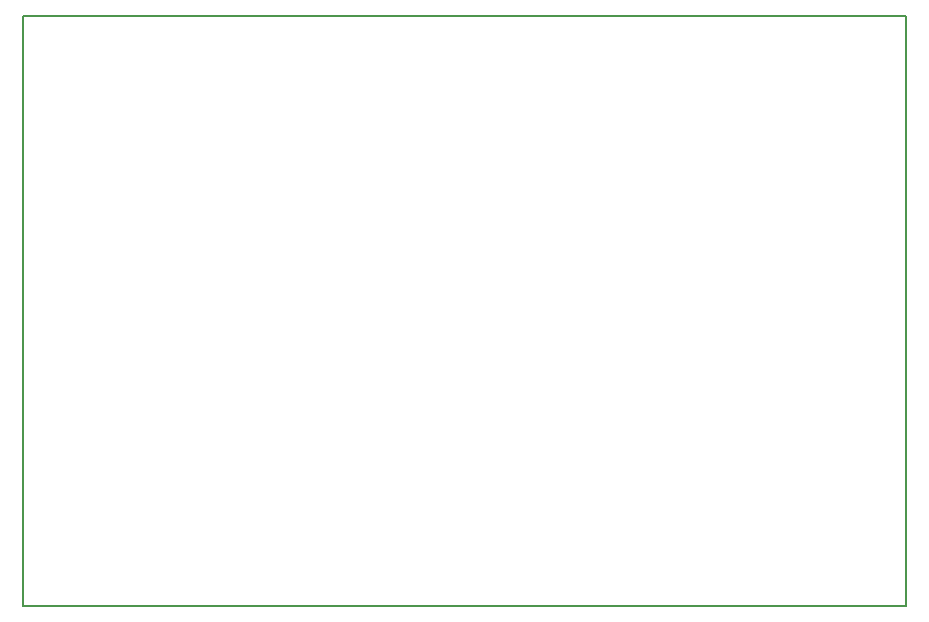
<source format=gbr>
G04 #@! TF.FileFunction,Profile,NP*
%FSLAX46Y46*%
G04 Gerber Fmt 4.6, Leading zero omitted, Abs format (unit mm)*
G04 Created by KiCad (PCBNEW 4.0.7-e2-6376~58~ubuntu14.04.1) date Thu Mar  1 13:35:32 2018*
%MOMM*%
%LPD*%
G01*
G04 APERTURE LIST*
%ADD10C,0.100000*%
%ADD11C,0.150000*%
G04 APERTURE END LIST*
D10*
D11*
X74750000Y0D02*
X74750000Y250000D01*
X500000Y0D02*
X74750000Y0D01*
X74750000Y50000000D02*
X0Y50000000D01*
X74750000Y49250000D02*
X74750000Y50000000D01*
X0Y0D02*
X0Y250000D01*
X0Y49250000D02*
X0Y50000000D01*
X0Y0D02*
X500000Y0D01*
X0Y49250000D02*
X0Y250000D01*
X74750000Y250000D02*
X74750000Y49250000D01*
M02*

</source>
